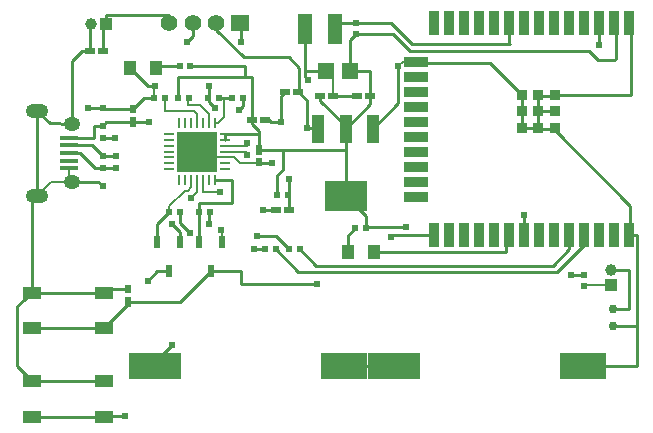
<source format=gtl>
G04 Layer: TopLayer*
G04 EasyEDA v6.5.22, 2023-04-13 23:23:34*
G04 8da0a1a92f474effb9e69289645bcd93,716f0268f4a04d1f8e2d1e8369cd39e0,10*
G04 Gerber Generator version 0.2*
G04 Scale: 100 percent, Rotated: No, Reflected: No *
G04 Dimensions in inches *
G04 leading zeros omitted , absolute positions ,3 integer and 6 decimal *
%FSLAX36Y36*%
%MOIN*%

%AMMACRO1*21,1,$1,$2,0,0,$3*%
%ADD10C,0.0100*%
%ADD11C,0.0080*%
%ADD12MACRO1,0.0213X0.0223X0.0000*%
%ADD13R,0.0213X0.0223*%
%ADD14R,0.0630X0.0157*%
%ADD15O,0.074803X0.047244*%
%ADD16MACRO1,0.0213X0.0311X0.0000*%
%ADD17R,0.0213X0.0311*%
%ADD18MACRO1,0.0213X0.0311X90.0000*%
%ADD19MACRO1,0.0213X0.0311X-90.0000*%
%ADD20MACRO1,0.0531X0.0555X90.0000*%
%ADD21R,0.0236X0.0236*%
%ADD22R,0.0394X0.0492*%
%ADD23R,0.0236X0.0421*%
%ADD24MACRO1,0.0213X0.0223X-90.0000*%
%ADD25MACRO1,0.0213X0.0223X90.0000*%
%ADD26R,0.0591X0.0394*%
%ADD27R,0.0472X0.1024*%
%ADD28R,0.0356X0.0110*%
%ADD29R,0.0110X0.0356*%
%ADD30R,0.1319X0.1319*%
%ADD31R,0.0386X0.0972*%
%ADD32MACRO1,0.1417X0.0972X0.0000*%
%ADD33R,0.0374X0.0827*%
%ADD34R,0.0827X0.0374*%
%ADD35R,0.0354X0.0354*%
%ADD36R,0.1575X0.0906*%
%ADD37R,0.1732X0.0906*%
%ADD38R,0.0394X0.0394*%
%ADD39C,0.0394*%
%ADD40O,0.055118X0.047244*%
%ADD41C,0.0551*%
%ADD42R,0.0600X0.0551*%
%ADD43C,0.0240*%
%ADD44C,0.0300*%
%ADD45C,0.0189*%

%LPD*%
D10*
X2104960Y305000D02*
G01*
X2270039Y305000D01*
X2995000Y625000D02*
G01*
X3055000Y625000D01*
X3055000Y495000D01*
X3000000Y495000D01*
X3080000Y440000D02*
G01*
X3000000Y440000D01*
X2954429Y1449331D02*
G01*
X2954429Y1375571D01*
X2955000Y1375000D01*
X2404429Y740668D02*
G01*
X2265668Y740668D01*
X2260000Y735000D01*
X2177040Y765000D02*
G01*
X2182040Y770000D01*
X2310000Y770000D01*
X2704430Y740670D02*
G01*
X2704430Y810000D01*
X2905000Y607040D02*
G01*
X2860000Y607040D01*
D11*
X2905000Y572959D02*
G01*
X2907039Y575000D01*
X2995000Y575000D01*
D10*
X3054429Y740668D02*
G01*
X3080000Y740668D01*
X3080000Y305000D01*
X2899960Y305000D01*
X1520000Y621399D02*
G01*
X1481400Y621399D01*
X1450000Y590000D01*
X1876999Y695000D02*
G01*
X1951999Y620000D01*
X2815000Y620000D01*
X2904399Y709400D01*
X2904399Y740700D01*
X1956999Y695000D02*
G01*
X2011999Y640000D01*
X2800000Y640000D01*
X2854399Y694400D01*
X2854399Y740700D01*
X2203299Y685000D02*
G01*
X2643900Y685000D01*
X2643900Y740700D01*
X2654399Y740700D01*
X1660000Y621399D02*
G01*
X1761400Y621401D01*
X1761400Y580000D01*
X2015000Y580000D01*
X1679399Y1450000D02*
G01*
X1679399Y1425599D01*
X1770000Y1335000D01*
X1920000Y1335000D01*
X1955000Y1300000D01*
X1955000Y1223499D01*
X1951499Y1220000D01*
X2145000Y1447040D02*
G01*
X2262960Y1447040D01*
X2330000Y1380000D01*
X2659399Y1380000D01*
D11*
X2345571Y1319989D02*
G01*
X2299989Y1319989D01*
X2285000Y1305000D01*
D10*
X2191499Y1205000D02*
G01*
X2191499Y1290000D01*
X2124399Y1290000D01*
X2654399Y1449299D02*
G01*
X2654399Y1380000D01*
X2659399Y1380000D01*
X2145000Y1413000D02*
G01*
X2266999Y1413000D01*
X2325000Y1355000D01*
X2920000Y1355000D01*
X2950000Y1325000D01*
X3005000Y1325000D01*
X3010000Y1330000D01*
X3010000Y1375000D01*
D11*
X2045630Y1290000D02*
G01*
X2066459Y1269169D01*
X2066459Y1205000D01*
D10*
X1975000Y1430000D02*
G01*
X1975000Y1290000D01*
X2045630Y1290000D01*
X1975000Y1305000D02*
G01*
X1975000Y1270000D01*
X1985000Y1260000D01*
X1187250Y1066179D02*
G01*
X1270497Y1066179D01*
X1270497Y1105500D01*
X1300000Y1105500D01*
X1187250Y1040590D02*
G01*
X1264909Y1040590D01*
X1300000Y1005500D01*
X1187250Y1015000D02*
G01*
X1224997Y1015000D01*
X1275469Y964529D01*
X1300000Y964529D01*
X1080000Y1160000D02*
G01*
X1082920Y1157080D01*
X1082920Y873270D01*
X1082920Y1156729D02*
G01*
X1124179Y1115470D01*
X1197084Y1110470D01*
X1258540Y1355000D02*
G01*
X1230000Y1355000D01*
X1197079Y1322080D01*
X1197079Y1110470D01*
D11*
X1082915Y873270D02*
G01*
X1129174Y919529D01*
X1197084Y919529D01*
D10*
X1197079Y919529D02*
G01*
X1285969Y919529D01*
X1300000Y905500D01*
X1082920Y873270D02*
G01*
X1064921Y873270D01*
X1064921Y549099D01*
D11*
X1197079Y919529D02*
G01*
X1187543Y929065D01*
X1187543Y968820D01*
D10*
X3054430Y1449330D02*
G01*
X3060000Y1443760D01*
X3060000Y1375000D01*
X3004430Y1449330D02*
G01*
X3010000Y1443760D01*
X3010000Y1375000D01*
X1064920Y135940D02*
G01*
X1305079Y135940D01*
X1064920Y254050D02*
G01*
X1305079Y254050D01*
X1064899Y254099D02*
G01*
X1015000Y304000D01*
X1015000Y505000D01*
X1064899Y549099D01*
X1064920Y549099D02*
G01*
X1305069Y549099D01*
X1305069Y549099D02*
G01*
X1317430Y561460D01*
X1385000Y561460D01*
X1064920Y430990D02*
G01*
X1305069Y430990D01*
X1305069Y430990D02*
G01*
X1385000Y510920D01*
X1385000Y518539D01*
X1917039Y875000D02*
G01*
X1920000Y877959D01*
X1920000Y930000D01*
X1305079Y135940D02*
G01*
X1309139Y140000D01*
X1375000Y140000D01*
X1310000Y1445000D02*
G01*
X1301459Y1436460D01*
X1301459Y1355000D01*
X1478311Y1300000D02*
G01*
X1483311Y1305000D01*
X1557960Y1305000D01*
X1260000Y1445000D02*
G01*
X1258540Y1443539D01*
X1258540Y1355000D01*
X1475039Y305000D02*
G01*
X1475039Y320039D01*
X1530000Y375000D01*
X1600630Y1450000D02*
G01*
X1600630Y1405630D01*
X1580000Y1385000D01*
X1652997Y1200000D02*
G01*
X1655000Y1200000D01*
X1655000Y1240000D01*
X2019449Y1096610D02*
G01*
X2016059Y1100000D01*
X1980000Y1100000D01*
X1300000Y964499D02*
G01*
X1336999Y964899D01*
X1345000Y965000D01*
X1300000Y1005500D02*
G01*
X1339700Y1005100D01*
X1339700Y1005100D01*
X1345000Y1005000D01*
X1300000Y1070000D02*
G01*
X1300000Y1064499D01*
X1300000Y1064499D02*
G01*
X1340000Y1065000D01*
X1300000Y1105470D02*
G01*
X1313069Y1118539D01*
X1400000Y1118539D01*
X1300000Y1164529D02*
G01*
X1303069Y1161460D01*
X1400000Y1161460D01*
X1878540Y825000D02*
G01*
X1835000Y825000D01*
X1855000Y1125000D02*
G01*
X1860000Y1120000D01*
X1895000Y1120000D01*
X1400000Y1118499D02*
G01*
X1401499Y1120000D01*
X1400000Y1118539D02*
G01*
X1401459Y1120000D01*
X1455000Y1120000D01*
X1400000Y1161460D02*
G01*
X1438540Y1200000D01*
X1472960Y1200000D01*
X1552959Y1200000D02*
G01*
X1552959Y1270000D01*
X1775000Y1270000D01*
X1775000Y1305000D01*
X1592039Y1305000D01*
X1775000Y1270000D02*
G01*
X1798500Y1270000D01*
X1798500Y1125000D01*
X1652959Y1200000D02*
G01*
X1655000Y1197959D01*
X1655000Y1185000D01*
X1675000Y1165000D01*
X1732960Y1200000D02*
G01*
X1687039Y1200000D01*
X1767039Y1200000D02*
G01*
X1767039Y1172040D01*
X1755000Y1160000D01*
X1951459Y1220000D02*
G01*
X1980000Y1191460D01*
X1980000Y1100000D01*
X1908540Y1220000D02*
G01*
X1895000Y1206460D01*
X1895000Y1120000D01*
X2066459Y1205000D02*
G01*
X2148540Y1205000D01*
X2200551Y1096608D02*
G01*
X2285000Y1181057D01*
X2285000Y1305000D01*
X2023540Y1205000D02*
G01*
X2025000Y1203539D01*
X2025000Y1190000D01*
X2110000Y1105000D01*
X2110000Y1096599D01*
X2191459Y1205000D02*
G01*
X2191459Y1178069D01*
X2110000Y1096608D01*
X2110000Y1096610D02*
G01*
X2110000Y873389D01*
X2110000Y873389D02*
G01*
X2177039Y806350D01*
X2177039Y765000D01*
X1922959Y695000D02*
G01*
X1877959Y740000D01*
X1815000Y740000D01*
X1922959Y695000D02*
G01*
X1915000Y695000D01*
X2075000Y1430000D02*
G01*
X2092039Y1447040D01*
X2145000Y1447040D01*
X2145000Y1412959D02*
G01*
X2124369Y1392328D01*
X2124369Y1290000D01*
X2350571Y1314989D02*
G01*
X2591090Y1314989D01*
X2696909Y1209169D01*
X2701908Y1204169D02*
G01*
X2696909Y1199171D01*
X2696909Y1154050D01*
X2696909Y1098939D02*
G01*
X2696909Y1144050D01*
X2701908Y1149050D01*
X2752030Y1209169D02*
G01*
X2752030Y1154061D01*
X2757030Y1149059D01*
X2757030Y1149059D02*
G01*
X2752030Y1144059D01*
X2752030Y1098939D01*
X2696909Y1098939D02*
G01*
X2752031Y1098939D01*
X2757030Y1093939D01*
X2757030Y1204169D02*
G01*
X2802150Y1204169D01*
X2807150Y1209169D01*
X2807150Y1209169D02*
G01*
X3060000Y1209169D01*
X3060000Y1375000D01*
X2757030Y1093939D02*
G01*
X2802150Y1093939D01*
X2807150Y1098939D01*
X2807150Y1154050D02*
G01*
X2761953Y1154050D01*
X2757002Y1149099D01*
X1385000Y518539D02*
G01*
X1557160Y518539D01*
X1660000Y621379D01*
X1917039Y875000D02*
G01*
X1921459Y870579D01*
X1921459Y825000D01*
X1300000Y1164499D02*
G01*
X1250000Y1165000D01*
X1557402Y718620D02*
G01*
X1557402Y752597D01*
X1530000Y780000D01*
X1557040Y820000D02*
G01*
X1557040Y782959D01*
X1590000Y750000D01*
X1622959Y820000D02*
G01*
X1622597Y819641D01*
X1622597Y718620D01*
X1655000Y810000D02*
G01*
X1655000Y780000D01*
X1730000Y850000D02*
G01*
X1622959Y850000D01*
X1622959Y820000D01*
X1673999Y926399D02*
G01*
X1730000Y926399D01*
X1730000Y850000D01*
X1522959Y820000D02*
G01*
X1482597Y779641D01*
X1482597Y718620D01*
X1842959Y695000D02*
G01*
X1805000Y695000D01*
X1863500Y983499D02*
G01*
X1820000Y983499D01*
X1708599Y1079099D02*
G01*
X1820000Y1080000D01*
X1820000Y1026500D01*
X1798540Y1125000D02*
G01*
X1798540Y1111460D01*
X1820000Y1090000D01*
X1820000Y1026460D01*
D11*
X1708599Y1020000D02*
G01*
X1780000Y1020000D01*
X1780000Y1010000D01*
X1708599Y1039699D02*
G01*
X1780000Y1039699D01*
X1780000Y1050000D01*
X1673999Y1113600D02*
G01*
X1683599Y1113600D01*
X1705000Y1135000D01*
X1705000Y1200000D01*
X1686999Y1200000D01*
X1586999Y1200000D02*
G01*
X1585000Y1198000D01*
X1585000Y1175000D01*
X1625000Y1175000D01*
X1654399Y1145599D01*
X1654399Y1113600D01*
X1506999Y1200000D02*
G01*
X1506999Y1155000D01*
X1605000Y1155000D01*
X1615000Y1145000D01*
X1615000Y1113600D01*
D10*
X1708599Y1059369D02*
G01*
X1708599Y1079059D01*
D11*
X1708599Y1000320D02*
G01*
X1634679Y1000320D01*
X1615000Y1020000D01*
X1708599Y1000300D02*
G01*
X1739700Y1000300D01*
X1756499Y983499D01*
X1820000Y983499D01*
X1634700Y926399D02*
G01*
X1635000Y885000D01*
X1690000Y885000D01*
X1615000Y926001D02*
G01*
X1615000Y885000D01*
X1595000Y865000D01*
D10*
X2142960Y765000D02*
G01*
X2116689Y738730D01*
X2116689Y685000D01*
X1820000Y1026500D02*
G01*
X1821499Y1025000D01*
X1900000Y1025000D01*
X1900000Y960000D01*
X1883000Y943000D01*
X1883000Y875000D01*
D11*
X1595299Y926399D02*
G01*
X1595299Y900300D01*
X1585000Y890000D01*
X1575000Y890000D01*
X1523000Y838000D01*
X1523000Y820000D01*
X1697402Y718620D02*
G01*
X1697402Y757597D01*
X1695000Y760000D01*
D10*
X2110000Y860000D02*
G01*
X2110000Y873389D01*
X1900000Y1025000D02*
G01*
X2110000Y1024099D01*
X1310000Y1445000D02*
G01*
X1310000Y1475000D01*
X1521890Y1475000D01*
X1521890Y1450000D01*
D11*
X1475000Y1240000D02*
G01*
X1472959Y1240000D01*
X1472959Y1200000D01*
D10*
X1391689Y1300000D02*
G01*
X1451689Y1240000D01*
X1475000Y1240000D01*
X1758109Y1450000D02*
G01*
X1760000Y1448110D01*
X1760000Y1385000D01*
X2807150Y1098939D02*
G01*
X2807150Y1091649D01*
X3059399Y839398D01*
X3059399Y735700D01*
D12*
G01*
X2905000Y607040D03*
D13*
G01*
X2905000Y572959D03*
D14*
G01*
X1187250Y1066179D03*
G01*
X1187250Y1040590D03*
G01*
X1187250Y1015000D03*
G01*
X1187250Y989409D03*
G01*
X1187550Y963820D03*
D15*
G01*
X1082920Y1156729D03*
D16*
G01*
X1385000Y518541D03*
D17*
G01*
X1385000Y561460D03*
D18*
G01*
X1921459Y825000D03*
G01*
X1878540Y825000D03*
D16*
G01*
X1820000Y1026458D03*
D17*
G01*
X1820000Y983539D03*
D19*
G01*
X1798540Y1125000D03*
G01*
X1841459Y1125000D03*
D18*
G01*
X2191459Y1205000D03*
G01*
X2148540Y1205000D03*
G01*
X1951459Y1220000D03*
G01*
X1908540Y1220000D03*
D19*
G01*
X2023540Y1205000D03*
G01*
X2066459Y1205000D03*
D18*
G01*
X1301459Y1355000D03*
G01*
X1258540Y1355000D03*
D20*
G01*
X2124371Y1290000D03*
G01*
X2045628Y1290000D03*
D21*
G01*
X1300000Y964529D03*
G01*
X1300000Y905470D03*
G01*
X1300000Y1064529D03*
G01*
X1300000Y1005470D03*
G01*
X1300000Y1105470D03*
G01*
X1300000Y1164529D03*
D22*
G01*
X1478310Y1300000D03*
G01*
X1391689Y1300000D03*
G01*
X2116689Y685000D03*
G01*
X2203310Y685000D03*
D23*
G01*
X1557399Y718620D03*
G01*
X1482600Y718620D03*
G01*
X1520000Y621379D03*
G01*
X1697399Y718620D03*
G01*
X1622600Y718620D03*
G01*
X1660000Y621379D03*
D12*
G01*
X2145000Y1412959D03*
D13*
G01*
X2145000Y1447040D03*
D24*
G01*
X1882959Y875000D03*
G01*
X1917040Y875000D03*
D25*
G01*
X1592040Y1305000D03*
G01*
X1557959Y1305000D03*
G01*
X2177040Y765000D03*
G01*
X2142959Y765000D03*
D24*
G01*
X1552959Y1200000D03*
G01*
X1587040Y1200000D03*
G01*
X1652959Y1200000D03*
G01*
X1687040Y1200000D03*
G01*
X1472959Y1200000D03*
G01*
X1507040Y1200000D03*
G01*
X1732959Y1200000D03*
G01*
X1767040Y1200000D03*
G01*
X1842959Y695000D03*
G01*
X1877040Y695000D03*
G01*
X1922959Y695000D03*
G01*
X1957040Y695000D03*
G01*
X1622959Y820000D03*
G01*
X1657040Y820000D03*
G01*
X1522959Y820000D03*
G01*
X1557040Y820000D03*
D26*
G01*
X1305079Y135940D03*
G01*
X1064920Y135940D03*
G01*
X1305079Y254050D03*
G01*
X1064920Y254050D03*
D27*
G01*
X1975000Y1430000D03*
G01*
X2075000Y1430000D03*
D28*
G01*
X1708599Y960949D03*
G01*
X1708599Y980630D03*
G01*
X1708599Y1000320D03*
G01*
X1708599Y1020000D03*
G01*
X1708599Y1039690D03*
G01*
X1708599Y1059369D03*
G01*
X1708599Y1079059D03*
D29*
G01*
X1674049Y1113600D03*
G01*
X1654369Y1113600D03*
G01*
X1634679Y1113600D03*
G01*
X1615000Y1113600D03*
G01*
X1595309Y1113600D03*
G01*
X1575630Y1113600D03*
G01*
X1555940Y1113600D03*
D28*
G01*
X1521400Y1079059D03*
G01*
X1521400Y1059369D03*
G01*
X1521400Y1039690D03*
G01*
X1521400Y1020000D03*
G01*
X1521400Y1000320D03*
G01*
X1521400Y980630D03*
G01*
X1521400Y960949D03*
D29*
G01*
X1555940Y926399D03*
G01*
X1575630Y926399D03*
G01*
X1595309Y926399D03*
G01*
X1615000Y926399D03*
G01*
X1634679Y926399D03*
G01*
X1654369Y926399D03*
G01*
X1674049Y926399D03*
D30*
G01*
X1615000Y1020000D03*
D31*
G01*
X2200550Y1096610D03*
G01*
X2110000Y1096610D03*
G01*
X2019449Y1096610D03*
D32*
G01*
X2110000Y873386D03*
D33*
G01*
X3054430Y1449330D03*
G01*
X3004430Y1449330D03*
G01*
X2954430Y1449330D03*
G01*
X2904430Y1449330D03*
G01*
X2854430Y1449330D03*
G01*
X2804430Y1449330D03*
G01*
X2754430Y1449330D03*
G01*
X2704430Y1449330D03*
G01*
X2654430Y1449330D03*
G01*
X2604430Y1449330D03*
G01*
X2554430Y1449330D03*
G01*
X2504430Y1449330D03*
G01*
X2454430Y1449330D03*
G01*
X2404430Y1449330D03*
D34*
G01*
X2345569Y1319989D03*
G01*
X2345569Y1269989D03*
G01*
X2345569Y1219989D03*
G01*
X2345569Y1169989D03*
G01*
X2345569Y1119989D03*
G01*
X2345569Y1069989D03*
G01*
X2345569Y1019989D03*
G01*
X2345569Y969989D03*
G01*
X2345569Y919989D03*
G01*
X2345569Y869989D03*
D33*
G01*
X2404430Y740670D03*
G01*
X2454430Y740670D03*
G01*
X2504430Y740670D03*
G01*
X2554430Y740670D03*
G01*
X2604430Y740670D03*
G01*
X2654430Y740670D03*
G01*
X2704430Y740670D03*
G01*
X2754430Y740670D03*
G01*
X2804430Y740670D03*
G01*
X2854430Y740670D03*
G01*
X2904430Y740670D03*
G01*
X2954430Y740670D03*
G01*
X3004430Y740670D03*
G01*
X3054430Y740670D03*
D35*
G01*
X2752030Y1154059D03*
G01*
X2752030Y1209169D03*
G01*
X2752030Y1098939D03*
G01*
X2807150Y1098939D03*
G01*
X2807150Y1154050D03*
G01*
X2807150Y1209169D03*
G01*
X2696909Y1209169D03*
G01*
X2696909Y1154050D03*
G01*
X2696909Y1098939D03*
D36*
G01*
X2104960Y305000D03*
D37*
G01*
X1475039Y305000D03*
D36*
G01*
X2899960Y305000D03*
D37*
G01*
X2270039Y305000D03*
D26*
G01*
X1305069Y430990D03*
G01*
X1064920Y430990D03*
G01*
X1305069Y549099D03*
G01*
X1064920Y549099D03*
D16*
G01*
X1400000Y1118541D03*
D17*
G01*
X1400000Y1161460D03*
D38*
G01*
X2995000Y575000D03*
D39*
G01*
X2995000Y625000D03*
D40*
G01*
X1197079Y919529D03*
G01*
X1197079Y1110470D03*
D15*
G01*
X1082920Y873270D03*
D38*
G01*
X1310000Y1445000D03*
D39*
G01*
X1260000Y1445000D03*
D41*
G01*
X1521890Y1450000D03*
G01*
X1600630Y1450000D03*
G01*
X1679369Y1450000D03*
D42*
G01*
X1758109Y1450000D03*
D43*
G01*
X2260000Y735000D03*
G01*
X2955000Y1375000D03*
G01*
X1695000Y760000D03*
G01*
X1530000Y780000D03*
G01*
X1590000Y750000D03*
G01*
X1655000Y780000D03*
G01*
X1920000Y930000D03*
G01*
X1375000Y140000D03*
G01*
X1450000Y590000D03*
G01*
X1530000Y375000D03*
G01*
X1580000Y1385000D03*
G01*
X1760000Y1385000D03*
G01*
X1655000Y1240000D03*
G01*
X1980000Y1100000D03*
G01*
X1595000Y865000D03*
G01*
X1690000Y885000D03*
G01*
X1805000Y695000D03*
G01*
X1815000Y740000D03*
G01*
X1780000Y1050000D03*
G01*
X1780000Y1010000D03*
G01*
X1345000Y1005000D03*
G01*
X1345000Y965000D03*
G01*
X1340000Y1065000D03*
G01*
X1863500Y983499D03*
G01*
X1835000Y825000D03*
G01*
X1895000Y1120000D03*
G01*
X1675000Y1165000D03*
G01*
X1455000Y1120000D03*
G01*
X1755000Y1160000D03*
G01*
X1475000Y1240000D03*
G01*
X1985000Y1260000D03*
G01*
X2285000Y1305000D03*
G01*
X2015000Y580000D03*
G01*
X1250000Y1165000D03*
G01*
X2310000Y770000D03*
G01*
X2704430Y810000D03*
G01*
X2860000Y607040D03*
D44*
G01*
X3000000Y440000D03*
G01*
X3000000Y495000D03*
M02*

</source>
